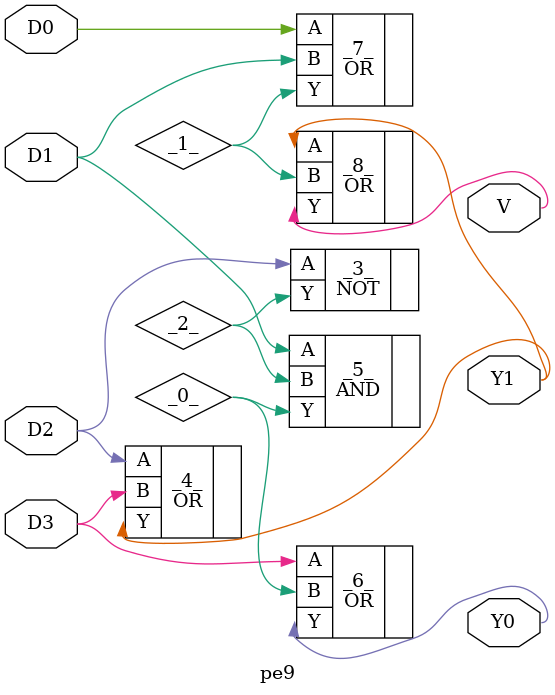
<source format=v>
/* Generated by Yosys 0.41+83 (git sha1 7045cf509, x86_64-w64-mingw32-g++ 13.2.1 -Os) */

/* cells_not_processed =  1  */
/* src = "pe9.v:1.1-14.10" */
module pe9(D0, D1, D2, D3, Y1, Y0, V);
  wire _0_;
  wire _1_;
  wire _2_;
  /* src = "pe9.v:3.11-3.13" */
  input D0;
  wire D0;
  /* src = "pe9.v:3.14-3.16" */
  input D1;
  wire D1;
  /* src = "pe9.v:3.17-3.19" */
  input D2;
  wire D2;
  /* src = "pe9.v:3.20-3.22" */
  input D3;
  wire D3;
  /* src = "pe9.v:4.22-4.23" */
  output V;
  wire V;
  /* src = "pe9.v:4.19-4.21" */
  output Y0;
  wire Y0;
  /* src = "pe9.v:4.16-4.18" */
  output Y1;
  wire Y1;
  NOT _3_ (
    .A(D2),
    .Y(_2_)
  );
  OR _4_ (
    .A(D2),
    .B(D3),
    .Y(Y1)
  );
  AND _5_ (
    .A(D1),
    .B(_2_),
    .Y(_0_)
  );
  OR _6_ (
    .A(D3),
    .B(_0_),
    .Y(Y0)
  );
  OR _7_ (
    .A(D0),
    .B(D1),
    .Y(_1_)
  );
  OR _8_ (
    .A(Y1),
    .B(_1_),
    .Y(V)
  );
endmodule

</source>
